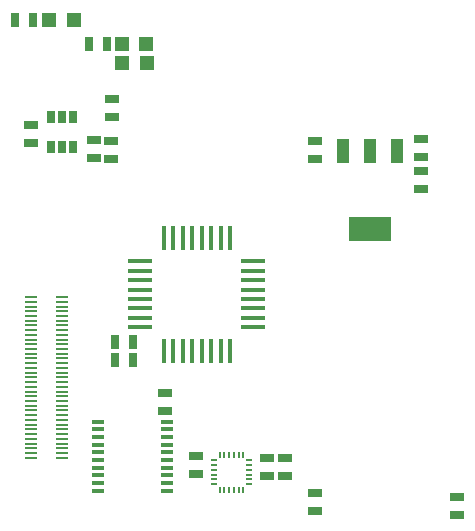
<source format=gtp>
G04 (created by PCBNEW (2013-07-07 BZR 4022)-stable) date 9/19/2015 9:10:54 AM*
%MOIN*%
G04 Gerber Fmt 3.4, Leading zero omitted, Abs format*
%FSLAX34Y34*%
G01*
G70*
G90*
G04 APERTURE LIST*
%ADD10C,0.00590551*%
%ADD11R,0.039X0.012*%
%ADD12R,0.0787X0.0177*%
%ADD13R,0.0177X0.0787*%
%ADD14R,0.144X0.08*%
%ADD15R,0.04X0.08*%
%ADD16R,0.045X0.025*%
%ADD17R,0.025X0.045*%
%ADD18R,0.023622X0.00905512*%
%ADD19R,0.00905512X0.023622*%
%ADD20R,0.0472X0.0472*%
%ADD21R,0.0448X0.0078*%
%ADD22R,0.0276X0.0394*%
G04 APERTURE END LIST*
G54D10*
G54D11*
X45805Y-38167D03*
X45805Y-38422D03*
X45805Y-38678D03*
X45805Y-38934D03*
X45805Y-39190D03*
X45805Y-39446D03*
X45805Y-39702D03*
X45805Y-39958D03*
X48103Y-39958D03*
X48103Y-39702D03*
X48103Y-39446D03*
X48103Y-39190D03*
X48103Y-38934D03*
X48103Y-38678D03*
X48103Y-38422D03*
X48103Y-38167D03*
X45805Y-40214D03*
X45805Y-40470D03*
X48103Y-40214D03*
X48103Y-40470D03*
G54D12*
X51000Y-32824D03*
X51000Y-33139D03*
X51000Y-33454D03*
X51000Y-33769D03*
X51000Y-34084D03*
X51000Y-34399D03*
X51000Y-34714D03*
X51000Y-35029D03*
X47234Y-35027D03*
X47234Y-32817D03*
X47234Y-33137D03*
X47234Y-33457D03*
X47234Y-33767D03*
X47234Y-34087D03*
X47234Y-34397D03*
X47234Y-34717D03*
G54D13*
X50216Y-35817D03*
X49902Y-35817D03*
X49586Y-35817D03*
X49272Y-35817D03*
X48956Y-35817D03*
X48642Y-35817D03*
X48326Y-35817D03*
X48012Y-35817D03*
X50214Y-32037D03*
X49904Y-32037D03*
X49584Y-32037D03*
X49274Y-32037D03*
X48964Y-32037D03*
X48644Y-32037D03*
X48324Y-32037D03*
X48004Y-32037D03*
G54D14*
X54872Y-31756D03*
G54D15*
X54872Y-29156D03*
X53972Y-29156D03*
X55772Y-29156D03*
G54D16*
X57777Y-40670D03*
X57777Y-41270D03*
X53053Y-40544D03*
X53053Y-41144D03*
X52045Y-39976D03*
X52045Y-39376D03*
X51438Y-39980D03*
X51438Y-39380D03*
X48064Y-37203D03*
X48064Y-37803D03*
X49080Y-39929D03*
X49080Y-39329D03*
X43588Y-28274D03*
X43588Y-28874D03*
X56596Y-29809D03*
X56596Y-30409D03*
X56596Y-28751D03*
X56596Y-29351D03*
X46273Y-27400D03*
X46273Y-28000D03*
G54D17*
X46373Y-35500D03*
X46973Y-35500D03*
X46991Y-36107D03*
X46391Y-36107D03*
G54D16*
X46265Y-28802D03*
X46265Y-29402D03*
X45675Y-28786D03*
X45675Y-29386D03*
X53053Y-28804D03*
X53053Y-29404D03*
G54D17*
X45505Y-25586D03*
X46105Y-25586D03*
G54D18*
X50860Y-40251D03*
X50860Y-40094D03*
X50860Y-39936D03*
X50860Y-39779D03*
X50860Y-39621D03*
X50860Y-39464D03*
G54D19*
X50663Y-39267D03*
X50505Y-39267D03*
X50348Y-39267D03*
X50190Y-39267D03*
X50033Y-39267D03*
X49875Y-39267D03*
G54D18*
X49679Y-39464D03*
X49679Y-39621D03*
X49679Y-39779D03*
X49679Y-39936D03*
X49679Y-40094D03*
X49679Y-40251D03*
G54D19*
X49875Y-40448D03*
X50033Y-40448D03*
X50190Y-40448D03*
X50348Y-40448D03*
X50505Y-40448D03*
X50663Y-40448D03*
G54D20*
X46604Y-25578D03*
X47430Y-25578D03*
X46632Y-26228D03*
X47458Y-26228D03*
G54D21*
X43584Y-39374D03*
X44623Y-39374D03*
X43584Y-39216D03*
X44623Y-39216D03*
X43584Y-39059D03*
X44623Y-39059D03*
X43584Y-38901D03*
X44623Y-38901D03*
X43584Y-38744D03*
X44623Y-38744D03*
X43584Y-38586D03*
X44623Y-38586D03*
X43584Y-38429D03*
X44623Y-38429D03*
X43584Y-38271D03*
X44623Y-38271D03*
X43584Y-38114D03*
X44623Y-38114D03*
X43584Y-37956D03*
X44623Y-37956D03*
X43584Y-37799D03*
X44623Y-37799D03*
X43584Y-37641D03*
X44623Y-37641D03*
X43584Y-37484D03*
X44623Y-37484D03*
X43584Y-37326D03*
X44623Y-37326D03*
X43584Y-37169D03*
X44623Y-37169D03*
X43584Y-37011D03*
X44623Y-37011D03*
X43584Y-36854D03*
X44623Y-36854D03*
X43584Y-36696D03*
X44623Y-36696D03*
X43584Y-36539D03*
X44623Y-36539D03*
X43584Y-36381D03*
X44623Y-36381D03*
X43584Y-36224D03*
X44623Y-36224D03*
X43584Y-36066D03*
X44623Y-36066D03*
X43584Y-35909D03*
X44623Y-35909D03*
X43584Y-35752D03*
X44623Y-35752D03*
X43584Y-35594D03*
X44623Y-35594D03*
X43584Y-35437D03*
X44623Y-35437D03*
X43584Y-35279D03*
X44623Y-35279D03*
X43584Y-35122D03*
X44623Y-35122D03*
X43584Y-34964D03*
X44623Y-34964D03*
X43584Y-34807D03*
X44623Y-34807D03*
X43584Y-34649D03*
X44623Y-34649D03*
X43584Y-34492D03*
X44623Y-34492D03*
X43584Y-34334D03*
X44623Y-34334D03*
X43584Y-34177D03*
X44623Y-34177D03*
X43584Y-34019D03*
X44623Y-34019D03*
G54D22*
X44249Y-28011D03*
X44624Y-28011D03*
X44999Y-28011D03*
X44999Y-29011D03*
X44624Y-29011D03*
X44249Y-29011D03*
G54D17*
X43053Y-24786D03*
X43653Y-24786D03*
G54D20*
X44191Y-24777D03*
X45017Y-24777D03*
M02*

</source>
